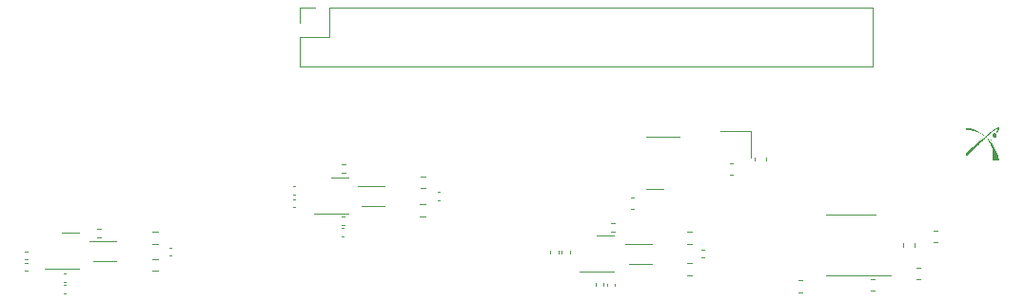
<source format=gbr>
%TF.GenerationSoftware,KiCad,Pcbnew,7.0.8*%
%TF.CreationDate,2024-02-12T21:11:38+01:00*%
%TF.ProjectId,HatV4,48617456-342e-46b6-9963-61645f706362,V2*%
%TF.SameCoordinates,Original*%
%TF.FileFunction,Legend,Top*%
%TF.FilePolarity,Positive*%
%FSLAX46Y46*%
G04 Gerber Fmt 4.6, Leading zero omitted, Abs format (unit mm)*
G04 Created by KiCad (PCBNEW 7.0.8) date 2024-02-12 21:11:38*
%MOMM*%
%LPD*%
G01*
G04 APERTURE LIST*
%ADD10C,0.120000*%
%ADD11C,0.100000*%
G04 APERTURE END LIST*
D10*
%TO.C,C11*%
X167138133Y-102871000D02*
X167430667Y-102871000D01*
X167138133Y-103891000D02*
X167430667Y-103891000D01*
%TO.C,J5*%
X128895800Y-94192400D02*
X179815800Y-94192400D01*
X128895800Y-94192400D02*
X128895800Y-91592400D01*
X179815800Y-94192400D02*
X179815800Y-88992400D01*
X128895800Y-91592400D02*
X131495800Y-91592400D01*
X131495800Y-91592400D02*
X131495800Y-88992400D01*
X128895800Y-90322400D02*
X128895800Y-88992400D01*
X128895800Y-88992400D02*
X130225800Y-88992400D01*
X131495800Y-88992400D02*
X179815800Y-88992400D01*
%TO.C,U6*%
X177883900Y-112883800D02*
X181483900Y-112883800D01*
X177883900Y-112883800D02*
X175683900Y-112883800D01*
X177883900Y-107413800D02*
X180083900Y-107413800D01*
X177883900Y-107413800D02*
X175683900Y-107413800D01*
%TO.C,C2*%
X108083236Y-113415400D02*
X107867564Y-113415400D01*
X108083236Y-112695400D02*
X107867564Y-112695400D01*
D11*
%TO.C,FL3*%
X160246778Y-110036378D02*
X157861778Y-110036378D01*
X160246778Y-111816378D02*
X158216778Y-111816378D01*
D10*
%TO.C,C21*%
X152192400Y-110877236D02*
X152192400Y-110661564D01*
X152912400Y-110877236D02*
X152912400Y-110661564D01*
%TO.C,C8*%
X128479436Y-105643000D02*
X128263764Y-105643000D01*
X128479436Y-104923000D02*
X128263764Y-104923000D01*
%TO.C,C5*%
X117265564Y-110362222D02*
X117481236Y-110362222D01*
X117265564Y-111082222D02*
X117481236Y-111082222D01*
%TO.C,C15*%
X183776233Y-112164400D02*
X184068767Y-112164400D01*
X183776233Y-113184400D02*
X184068767Y-113184400D01*
%TO.C,C7*%
X132820236Y-108335400D02*
X132604564Y-108335400D01*
X132820236Y-107615400D02*
X132604564Y-107615400D01*
D11*
%TO.C,FL1*%
X112565022Y-109832222D02*
X110180022Y-109832222D01*
X112565022Y-111612222D02*
X110535022Y-111612222D01*
D10*
%TO.C,C20*%
X156933978Y-113578742D02*
X156933978Y-113794414D01*
X156213978Y-113578742D02*
X156213978Y-113794414D01*
%TO.C,C16*%
X185272633Y-108887800D02*
X185565167Y-108887800D01*
X185272633Y-109907800D02*
X185565167Y-109907800D01*
%TO.C,U5*%
X162689800Y-100449600D02*
X159689800Y-100449600D01*
X159689800Y-105149600D02*
X161189800Y-105149600D01*
%TO.C,R6*%
X140051933Y-107567965D02*
X139577417Y-107567965D01*
X140051933Y-106522965D02*
X139577417Y-106522965D01*
%TO.C,C23*%
X164636564Y-110547378D02*
X164852236Y-110547378D01*
X164636564Y-111267378D02*
X164852236Y-111267378D01*
%TO.C,R1*%
X110849581Y-108716622D02*
X111156863Y-108716622D01*
X110849581Y-109476622D02*
X111156863Y-109476622D01*
%TO.C,R9*%
X163774658Y-112815900D02*
X163300142Y-112815900D01*
X163774658Y-111770900D02*
X163300142Y-111770900D01*
%TO.C,C6*%
X132792236Y-109351400D02*
X132576564Y-109351400D01*
X132792236Y-108631400D02*
X132576564Y-108631400D01*
%TO.C,U1*%
X106226422Y-112291222D02*
X109226422Y-112291222D01*
X107726422Y-109071222D02*
X109226422Y-109071222D01*
%TO.C,R8*%
X163300142Y-108976900D02*
X163774658Y-108976900D01*
X163300142Y-110021900D02*
X163774658Y-110021900D01*
%TO.C,Y1*%
X168998800Y-102307000D02*
X168998800Y-100007000D01*
X168998800Y-100007000D02*
X166298800Y-100007000D01*
%TO.C,C19*%
X155917978Y-113550742D02*
X155917978Y-113766414D01*
X155197978Y-113550742D02*
X155197978Y-113766414D01*
%TO.C,C17*%
X180003667Y-114175000D02*
X179711133Y-114175000D01*
X180003667Y-113155000D02*
X179711133Y-113155000D01*
%TO.C,R5*%
X139615142Y-104023900D02*
X140089658Y-104023900D01*
X139615142Y-105068900D02*
X140089658Y-105068900D01*
%TO.C,C14*%
X173578567Y-114327400D02*
X173286033Y-114327400D01*
X173578567Y-113307400D02*
X173286033Y-113307400D01*
%TO.C,G\u002A\u002A\u002A*%
G36*
X190483604Y-100631402D02*
G01*
X190495425Y-100636682D01*
X190496488Y-100637226D01*
X190506435Y-100643200D01*
X190508393Y-100648111D01*
X190504665Y-100653752D01*
X190499217Y-100660237D01*
X190488426Y-100673161D01*
X190473445Y-100691142D01*
X190455428Y-100712793D01*
X190435528Y-100736731D01*
X190435064Y-100737289D01*
X190415509Y-100760603D01*
X190398079Y-100780964D01*
X190383835Y-100797166D01*
X190373839Y-100808004D01*
X190369150Y-100812273D01*
X190369042Y-100812294D01*
X190363316Y-100808946D01*
X190354596Y-100800857D01*
X190354283Y-100800525D01*
X190346570Y-100791248D01*
X190343230Y-100785117D01*
X190343226Y-100785016D01*
X190346378Y-100779691D01*
X190355010Y-100768266D01*
X190367891Y-100752189D01*
X190383789Y-100732905D01*
X190401472Y-100711863D01*
X190419707Y-100690509D01*
X190437262Y-100670288D01*
X190452906Y-100652649D01*
X190465406Y-100639038D01*
X190473531Y-100630900D01*
X190475904Y-100629231D01*
X190483604Y-100631402D01*
G37*
G36*
X190715998Y-100174399D02*
G01*
X190733669Y-100175676D01*
X190747961Y-100178592D01*
X190762266Y-100183792D01*
X190776479Y-100190258D01*
X190814187Y-100213310D01*
X190844940Y-100242671D01*
X190868366Y-100277005D01*
X190884094Y-100314977D01*
X190891751Y-100355252D01*
X190890966Y-100396494D01*
X190881366Y-100437369D01*
X190862582Y-100476541D01*
X190858104Y-100483445D01*
X190829378Y-100517556D01*
X190795036Y-100543971D01*
X190765288Y-100558500D01*
X190739406Y-100565701D01*
X190709249Y-100570120D01*
X190678971Y-100571427D01*
X190652725Y-100569291D01*
X190646388Y-100567963D01*
X190618224Y-100557780D01*
X190588719Y-100541994D01*
X190561978Y-100523062D01*
X190545558Y-100507560D01*
X190519879Y-100471634D01*
X190503118Y-100432690D01*
X190494999Y-100392057D01*
X190495247Y-100351068D01*
X190503587Y-100311056D01*
X190519742Y-100273351D01*
X190543440Y-100239287D01*
X190574403Y-100210193D01*
X190611627Y-100187745D01*
X190626789Y-100181235D01*
X190640647Y-100177177D01*
X190656459Y-100175016D01*
X190677478Y-100174197D01*
X190691555Y-100174116D01*
X190715998Y-100174399D01*
G37*
G36*
X188152826Y-99690755D02*
G01*
X188165650Y-99692670D01*
X188184923Y-99695316D01*
X188206996Y-99698198D01*
X188212576Y-99698903D01*
X188386372Y-99724551D01*
X188553242Y-99757165D01*
X188713947Y-99797046D01*
X188869243Y-99844497D01*
X189019892Y-99899821D01*
X189166650Y-99963321D01*
X189310278Y-100035299D01*
X189451534Y-100116058D01*
X189591177Y-100205900D01*
X189726949Y-100302868D01*
X189784446Y-100345928D01*
X189767904Y-100362995D01*
X189757571Y-100373055D01*
X189750243Y-100379091D01*
X189748545Y-100379884D01*
X189743693Y-100376883D01*
X189732395Y-100368793D01*
X189716228Y-100356773D01*
X189696770Y-100341983D01*
X189692336Y-100338574D01*
X189627924Y-100290729D01*
X189564762Y-100247662D01*
X189501282Y-100208577D01*
X189435918Y-100172675D01*
X189367104Y-100139159D01*
X189293273Y-100107230D01*
X189212860Y-100076091D01*
X189124297Y-100044945D01*
X189099923Y-100036806D01*
X188980279Y-99999799D01*
X188862110Y-99968284D01*
X188746352Y-99942411D01*
X188633942Y-99922332D01*
X188525817Y-99908197D01*
X188422913Y-99900155D01*
X188326167Y-99898359D01*
X188256738Y-99901305D01*
X188227266Y-99903541D01*
X188199941Y-99905815D01*
X188177013Y-99907924D01*
X188160729Y-99909667D01*
X188155369Y-99910405D01*
X188136300Y-99913565D01*
X188136300Y-99800797D01*
X188136300Y-99688030D01*
X188152826Y-99690755D01*
G37*
G36*
X190143934Y-100671168D02*
G01*
X190178845Y-100706694D01*
X190218081Y-100749118D01*
X190260314Y-100796885D01*
X190304216Y-100848438D01*
X190348459Y-100902219D01*
X190391717Y-100956675D01*
X190428633Y-101004875D01*
X190534194Y-101153637D01*
X190632291Y-101308764D01*
X190722595Y-101469483D01*
X190804774Y-101635026D01*
X190878499Y-101804620D01*
X190943437Y-101977496D01*
X190999259Y-102152883D01*
X191045634Y-102330009D01*
X191082231Y-102508105D01*
X191087925Y-102541223D01*
X191091708Y-102563534D01*
X191095146Y-102583095D01*
X191097722Y-102597001D01*
X191098536Y-102600973D01*
X191101098Y-102612415D01*
X190802090Y-102612415D01*
X190503083Y-102612415D01*
X190514297Y-102545331D01*
X190521853Y-102498258D01*
X190528068Y-102454781D01*
X190533063Y-102413159D01*
X190536956Y-102371653D01*
X190539867Y-102328523D01*
X190541916Y-102282029D01*
X190543222Y-102230431D01*
X190543904Y-102171991D01*
X190544083Y-102111534D01*
X190543981Y-102054828D01*
X190543639Y-102006854D01*
X190543011Y-101966178D01*
X190542050Y-101931362D01*
X190540709Y-101900972D01*
X190538940Y-101873572D01*
X190536697Y-101847726D01*
X190534849Y-101830063D01*
X190516245Y-101691447D01*
X190491973Y-101560463D01*
X190461762Y-101436126D01*
X190425343Y-101317449D01*
X190382445Y-101203446D01*
X190333475Y-101094517D01*
X190295688Y-101020155D01*
X190258073Y-100953104D01*
X190218922Y-100890682D01*
X190176528Y-100830204D01*
X190129182Y-100768989D01*
X190115748Y-100752497D01*
X190067708Y-100694082D01*
X190092148Y-100669269D01*
X190116589Y-100644455D01*
X190143934Y-100671168D01*
G37*
G36*
X191071630Y-99629742D02*
G01*
X191095225Y-99636937D01*
X191111463Y-99649625D01*
X191121262Y-99668371D01*
X191123937Y-99679629D01*
X191125094Y-99710110D01*
X191119441Y-99747281D01*
X191107238Y-99790521D01*
X191088747Y-99839210D01*
X191064230Y-99892731D01*
X191033949Y-99950462D01*
X190998164Y-100011785D01*
X190957137Y-100076081D01*
X190955400Y-100078693D01*
X190937788Y-100104953D01*
X190922062Y-100128078D01*
X190909090Y-100146818D01*
X190899739Y-100159925D01*
X190894876Y-100166149D01*
X190894434Y-100166489D01*
X190889503Y-100163447D01*
X190879220Y-100155588D01*
X190865871Y-100144813D01*
X190851741Y-100133022D01*
X190839114Y-100122115D01*
X190830276Y-100113992D01*
X190827482Y-100110812D01*
X190829075Y-100105266D01*
X190834375Y-100092262D01*
X190842649Y-100073491D01*
X190853163Y-100050644D01*
X190858628Y-100039066D01*
X190882172Y-99987277D01*
X190899737Y-99943298D01*
X190911376Y-99906753D01*
X190917145Y-99877269D01*
X190917098Y-99854468D01*
X190911292Y-99837975D01*
X190899780Y-99827415D01*
X190890150Y-99823769D01*
X190869221Y-99822996D01*
X190841638Y-99829249D01*
X190807811Y-99842238D01*
X190768149Y-99861672D01*
X190723063Y-99887260D01*
X190672962Y-99918712D01*
X190618255Y-99955736D01*
X190559352Y-99998042D01*
X190496663Y-100045339D01*
X190430597Y-100097337D01*
X190361563Y-100153744D01*
X190289972Y-100214270D01*
X190216234Y-100278624D01*
X190140756Y-100346515D01*
X190096693Y-100387074D01*
X190084318Y-100398647D01*
X190064994Y-100416833D01*
X190039142Y-100441237D01*
X190007180Y-100471459D01*
X189969526Y-100507103D01*
X189926598Y-100547770D01*
X189878817Y-100593062D01*
X189826599Y-100642583D01*
X189770364Y-100695935D01*
X189710531Y-100752718D01*
X189647518Y-100812537D01*
X189581744Y-100874993D01*
X189513627Y-100939689D01*
X189443586Y-101006226D01*
X189372040Y-101074207D01*
X189299408Y-101143234D01*
X189226107Y-101212910D01*
X189152557Y-101282837D01*
X189079177Y-101352617D01*
X189006384Y-101421853D01*
X188934598Y-101490146D01*
X188864237Y-101557100D01*
X188795721Y-101622315D01*
X188729466Y-101685395D01*
X188665894Y-101745942D01*
X188605420Y-101803558D01*
X188548466Y-101857846D01*
X188532590Y-101872983D01*
X188479945Y-101923165D01*
X188429317Y-101971386D01*
X188381199Y-102017182D01*
X188336083Y-102060085D01*
X188294459Y-102099629D01*
X188256820Y-102135348D01*
X188223657Y-102166776D01*
X188195461Y-102193446D01*
X188172725Y-102214892D01*
X188155939Y-102230648D01*
X188145597Y-102240248D01*
X188142231Y-102243223D01*
X188140587Y-102241702D01*
X188139255Y-102234446D01*
X188138212Y-102220768D01*
X188137436Y-102199977D01*
X188136904Y-102171385D01*
X188136596Y-102134303D01*
X188136487Y-102088042D01*
X188136497Y-102064797D01*
X188136694Y-101882705D01*
X188366355Y-101694557D01*
X188476533Y-101604139D01*
X188594189Y-101507285D01*
X188719090Y-101404190D01*
X188851000Y-101295049D01*
X188989686Y-101180054D01*
X189134913Y-101059401D01*
X189286448Y-100933283D01*
X189444056Y-100801896D01*
X189607503Y-100665432D01*
X189641695Y-100636859D01*
X189730632Y-100562553D01*
X189812242Y-100494420D01*
X189886983Y-100432086D01*
X189955308Y-100375176D01*
X190017673Y-100323315D01*
X190074534Y-100276130D01*
X190126347Y-100233244D01*
X190173567Y-100194283D01*
X190216649Y-100158873D01*
X190256049Y-100126639D01*
X190292223Y-100097206D01*
X190325625Y-100070199D01*
X190356711Y-100045244D01*
X190385938Y-100021966D01*
X190413760Y-99999990D01*
X190440632Y-99978941D01*
X190455098Y-99967682D01*
X190538185Y-99904050D01*
X190614496Y-99847519D01*
X190684350Y-99797905D01*
X190748064Y-99755022D01*
X190805957Y-99718685D01*
X190858347Y-99688708D01*
X190905554Y-99664906D01*
X190947895Y-99647094D01*
X190985689Y-99635087D01*
X191019255Y-99628698D01*
X191039761Y-99627470D01*
X191071630Y-99629742D01*
G37*
%TO.C,C22*%
X151176400Y-110877236D02*
X151176400Y-110661564D01*
X151896400Y-110877236D02*
X151896400Y-110661564D01*
%TO.C,C12*%
X170385200Y-102346833D02*
X170385200Y-102639367D01*
X169365200Y-102346833D02*
X169365200Y-102639367D01*
%TO.C,C3*%
X104656836Y-112424800D02*
X104441164Y-112424800D01*
X104656836Y-111704800D02*
X104441164Y-111704800D01*
%TO.C,R2*%
X115787520Y-108976900D02*
X116262036Y-108976900D01*
X115787520Y-110021900D02*
X116262036Y-110021900D01*
%TO.C,R3*%
X116262036Y-112434900D02*
X115787520Y-112434900D01*
X116262036Y-111389900D02*
X115787520Y-111389900D01*
%TO.C,R7*%
X156897041Y-108990400D02*
X156589759Y-108990400D01*
X156897041Y-108230400D02*
X156589759Y-108230400D01*
%TO.C,C4*%
X104656836Y-111408800D02*
X104441164Y-111408800D01*
X104656836Y-110688800D02*
X104441164Y-110688800D01*
%TO.C,C10*%
X141141564Y-105436022D02*
X141357236Y-105436022D01*
X141141564Y-106156022D02*
X141357236Y-106156022D01*
%TO.C,C18*%
X183542400Y-109988133D02*
X183542400Y-110280667D01*
X182522400Y-109988133D02*
X182522400Y-110280667D01*
%TO.C,C13*%
X158616867Y-106910600D02*
X158324333Y-106910600D01*
X158616867Y-105890600D02*
X158324333Y-105890600D01*
%TO.C,U7*%
X153803978Y-112513578D02*
X156803978Y-112513578D01*
X155303978Y-109293578D02*
X156803978Y-109293578D01*
%TO.C,C9*%
X128479436Y-106786000D02*
X128263764Y-106786000D01*
X128479436Y-106066000D02*
X128263764Y-106066000D01*
%TO.C,R4*%
X132919441Y-103732600D02*
X132612159Y-103732600D01*
X132919441Y-102972600D02*
X132612159Y-102972600D01*
%TO.C,C1*%
X108083236Y-114431400D02*
X107867564Y-114431400D01*
X108083236Y-113711400D02*
X107867564Y-113711400D01*
D11*
%TO.C,FL2*%
X136450022Y-104864622D02*
X134065022Y-104864622D01*
X136450022Y-106644622D02*
X134420022Y-106644622D01*
D10*
%TO.C,U3*%
X130160022Y-107365022D02*
X133160022Y-107365022D01*
X131660022Y-104145022D02*
X133160022Y-104145022D01*
%TD*%
M02*

</source>
